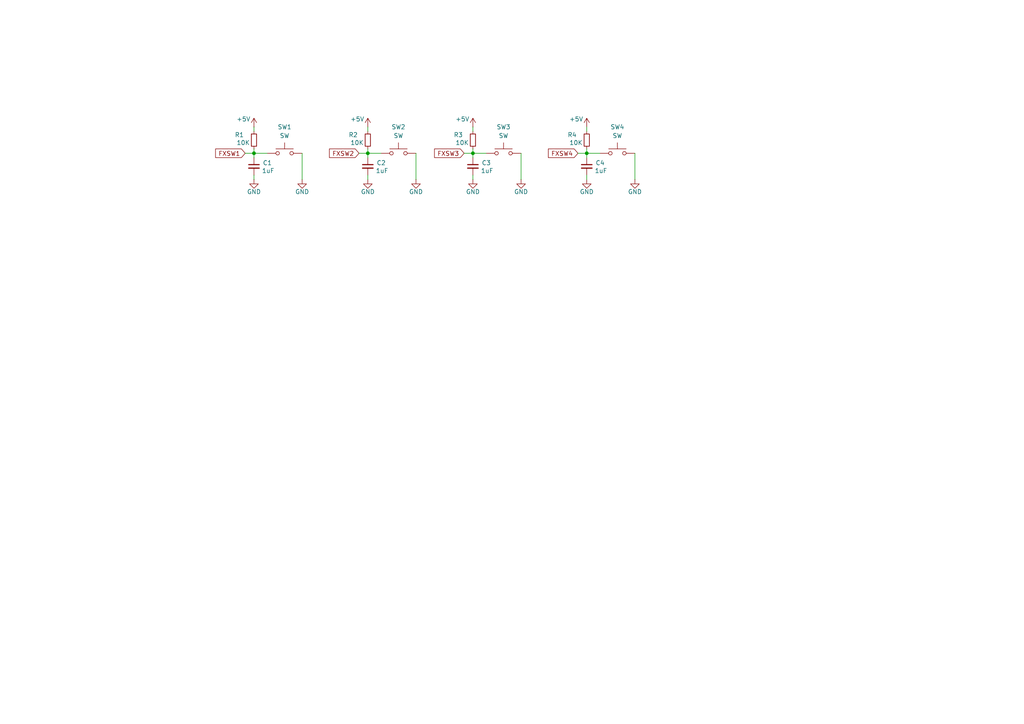
<source format=kicad_sch>
(kicad_sch (version 20231120) (generator "eeschema") (generator_version "8.0")
  (paper "A4")
  (lib_symbols
    (symbol "Device:C_Small" (pin_numbers hide) (pin_names (offset 0.254) hide)
      (property "Reference" "C" (at 0.254 1.778 0))
      (property "Value" "C_Small" (at 0.254 -2.032 0))
      (symbol "C_Small_0_1"
        (polyline (pts (xy -1.524 -0.508) (xy 1.524 -0.508)) (stroke (width 0.3302)))
        (polyline (pts (xy -1.524 0.508) (xy 1.524 0.508)) (stroke (width 0.3048)))
      )
      (symbol "C_Small_1_1"
        (pin passive line (at 0 2.54 270) (length 2.032) (name "~") (number "1"))
        (pin passive line (at 0 -2.54 90) (length 2.032) (name "~") (number "2"))
      )
    )
    (symbol "Device:R_Small" (pin_numbers hide) (pin_names (offset 0.254) hide)
      (property "Reference" "R" (at 0.762 0.508 0))
      (property "Value" "R_Small" (at 0.762 -1.016 0))
      (symbol "R_Small_0_1"
        (rectangle (start -0.762 1.778) (end 0.762 -1.778) (stroke (width 0.2032)))
      )
      (symbol "R_Small_1_1"
        (pin passive line (at 0 2.54 270) (length 0.762) (name "~") (number "1"))
        (pin passive line (at 0 -2.54 90) (length 0.762) (name "~") (number "2"))
      )
    )
    (symbol "Switch:SW_Push" (pin_numbers hide) (pin_names (offset 1.016) hide)
      (property "Reference" "SW" (at 1.27 2.54 0))
      (property "Value" "SW_Push" (at 0 -1.524 0))
      (symbol "SW_Push_0_1"
        (circle (center -2.032 0) (radius 0.508))
        (polyline (pts (xy 0 1.27) (xy 0 3.048)))
        (polyline (pts (xy 2.54 1.27) (xy -2.54 1.27)))
        (circle (center 2.032 0) (radius 0.508))
        (pin passive line (at -5.08 0 0) (length 2.54) (name "1") (number "1"))
        (pin passive line (at 5.08 0 180) (length 2.54) (name "2") (number "2"))
      )
    )
    (symbol "power:+5V" (power) (pin_numbers hide) (pin_names (offset 0) hide)
      (property "Value" "+5V" (at 0 3.556 0))
      (symbol "+5V_0_1"
        (polyline (pts (xy -0.762 1.27) (xy 0 2.54)))
        (polyline (pts (xy 0 0) (xy 0 2.54)))
        (polyline (pts (xy 0 2.54) (xy 0.762 1.27)))
      )
      (symbol "+5V_1_1"
        (pin power_in line (at 0 0 90) (length 0) (name "~") (number "1"))
      )
    )
    (symbol "power:GND" (power) (pin_numbers hide) (pin_names (offset 0) hide)
      (property "Value" "GND" (at 0 -3.81 0))
      (symbol "GND_0_1"
        (polyline (pts (xy 0 0) (xy 0 -1.27) (xy 1.27 -1.27) (xy 0 -2.54) (xy -1.27 -1.27) (xy 0 -1.27)))
      )
      (symbol "GND_1_1"
        (pin power_in line (at 0 0 270) (length 0) (name "~") (number "1"))
      )
    )
  )
  (junction (at 170.18 44.45))
  (junction (at 73.66 44.45))
  (junction (at 106.68 44.45))
  (junction (at 137.16 44.45))
  (wire (pts (xy 106.68 36.83) (xy 106.68 38.1)))
  (wire (pts (xy 73.66 44.45) (xy 77.47 44.45)))
  (wire (pts (xy 71.12 44.45) (xy 73.66 44.45)))
  (wire (pts (xy 167.64 44.45) (xy 170.18 44.45)))
  (wire (pts (xy 170.18 36.83) (xy 170.18 38.1)))
  (wire (pts (xy 137.16 36.83) (xy 137.16 38.1)))
  (wire (pts (xy 170.18 44.45) (xy 173.99 44.45)))
  (wire (pts (xy 134.62 44.45) (xy 137.16 44.45)))
  (wire (pts (xy 137.16 45.72) (xy 137.16 44.45)))
  (wire (pts (xy 87.63 44.45) (xy 87.63 52.07)))
  (wire (pts (xy 106.68 50.8) (xy 106.68 52.07)))
  (wire (pts (xy 170.18 45.72) (xy 170.18 44.45)))
  (wire (pts (xy 73.66 50.8) (xy 73.66 52.07)))
  (wire (pts (xy 73.66 36.83) (xy 73.66 38.1)))
  (wire (pts (xy 170.18 44.45) (xy 170.18 43.18)))
  (wire (pts (xy 106.68 44.45) (xy 110.49 44.45)))
  (wire (pts (xy 73.66 45.72) (xy 73.66 44.45)))
  (wire (pts (xy 104.14 44.45) (xy 106.68 44.45)))
  (wire (pts (xy 170.18 50.8) (xy 170.18 52.07)))
  (wire (pts (xy 151.13 44.45) (xy 151.13 52.07)))
  (wire (pts (xy 120.65 44.45) (xy 120.65 52.07)))
  (wire (pts (xy 106.68 44.45) (xy 106.68 43.18)))
  (wire (pts (xy 137.16 50.8) (xy 137.16 52.07)))
  (wire (pts (xy 137.16 44.45) (xy 140.97 44.45)))
  (wire (pts (xy 106.68 45.72) (xy 106.68 44.45)))
  (wire (pts (xy 137.16 44.45) (xy 137.16 43.18)))
  (wire (pts (xy 184.15 44.45) (xy 184.15 52.07)))
  (wire (pts (xy 73.66 44.45) (xy 73.66 43.18)))
  (global_label "FXSW1" (shape input) (at 71.12 44.45 180) (property "Intersheetrefs" "${INTERSHEET_REFS}" (effects (hide yes))))
  (global_label "FXSW4" (shape input) (at 167.64 44.45 180) (property "Intersheetrefs" "${INTERSHEET_REFS}" (effects (hide yes))))
  (global_label "FXSW3" (shape input) (at 134.62 44.45 180) (property "Intersheetrefs" "${INTERSHEET_REFS}" (effects (hide yes))))
  (global_label "FXSW2" (shape input) (at 104.14 44.45 180) (property "Intersheetrefs" "${INTERSHEET_REFS}" (effects (hide yes))))
  (symbol (lib_id "Switch:SW_Push") (at 82.55 44.45 0) (unit 1)
    (property "Reference" "SW1" (at 82.55 36.83 0))
    (property "Value" "SW" (at 82.55 39.37 0))
    (property "Description" "Push button switch, generic, two pins" (effects (hide yes)))
  )
  (symbol (lib_id "power:+5V") (at 137.16 36.83 0) (unit 1)
    (property "Reference" "#PWR07" (effects (hide yes)))
    (property "Value" "+5V" (at 134.112 34.544 0))
    (property "Description" "Power symbol creates a global label with name \"+5V\"" (effects (hide yes)))
  )
  (symbol (lib_id "power:+5V") (at 170.18 36.83 0) (unit 1)
    (property "Reference" "#PWR010" (effects (hide yes)))
    (property "Value" "+5V" (at 167.132 34.544 0))
    (property "Description" "Power symbol creates a global label with name \"+5V\"" (effects (hide yes)))
  )
  (symbol (lib_id "Device:R_Small") (at 137.16 40.64 0) (unit 1)
    (property "Reference" "R3" (at 131.572 39.116 0) (effects (justify left)))
    (property "Value" "10K" (at 132.08 41.402 0) (effects (justify left)))
    (property "Description" "Resistor, small symbol" (effects (hide yes)))
  )
  (symbol (lib_id "Device:C_Small") (at 73.66 48.26 0) (unit 1)
    (property "Reference" "C1" (at 76.2 47.244 0) (effects (justify left)))
    (property "Value" "1uF" (at 75.946 49.53 0) (effects (justify left)))
    (property "Description" "Unpolarized capacitor, small symbol" (effects (hide yes)))
  )
  (symbol (lib_id "power:GND") (at 151.13 52.07 0) (mirror y) (unit 1)
    (property "Reference" "#PWR09" (effects (hide yes)))
    (property "Value" "GND" (at 151.13 55.626 0))
    (property "Description" "Power symbol creates a global label with name \"GND\" , ground" (effects (hide yes)))
  )
  (symbol (lib_id "power:GND") (at 106.68 52.07 0) (mirror y) (unit 1)
    (property "Reference" "#PWR05" (effects (hide yes)))
    (property "Value" "GND" (at 106.68 55.626 0))
    (property "Description" "Power symbol creates a global label with name \"GND\" , ground" (effects (hide yes)))
  )
  (symbol (lib_id "power:GND") (at 184.15 52.07 0) (mirror y) (unit 1)
    (property "Reference" "#PWR012" (effects (hide yes)))
    (property "Value" "GND" (at 184.15 55.626 0))
    (property "Description" "Power symbol creates a global label with name \"GND\" , ground" (effects (hide yes)))
  )
  (symbol (lib_id "Device:R_Small") (at 106.68 40.64 0) (unit 1)
    (property "Reference" "R2" (at 101.092 39.116 0) (effects (justify left)))
    (property "Value" "10K" (at 101.6 41.402 0) (effects (justify left)))
    (property "Description" "Resistor, small symbol" (effects (hide yes)))
  )
  (symbol (lib_id "Device:R_Small") (at 73.66 40.64 0) (unit 1)
    (property "Reference" "R1" (at 68.072 39.116 0) (effects (justify left)))
    (property "Value" "10K" (at 68.58 41.402 0) (effects (justify left)))
    (property "Description" "Resistor, small symbol" (effects (hide yes)))
  )
  (symbol (lib_id "power:+5V") (at 73.66 36.83 0) (unit 1)
    (property "Reference" "#PWR01" (effects (hide yes)))
    (property "Value" "+5V" (at 70.612 34.544 0))
    (property "Description" "Power symbol creates a global label with name \"+5V\"" (effects (hide yes)))
  )
  (symbol (lib_id "power:GND") (at 73.66 52.07 0) (mirror y) (unit 1)
    (property "Reference" "#PWR02" (effects (hide yes)))
    (property "Value" "GND" (at 73.66 55.626 0))
    (property "Description" "Power symbol creates a global label with name \"GND\" , ground" (effects (hide yes)))
  )
  (symbol (lib_id "power:GND") (at 170.18 52.07 0) (mirror y) (unit 1)
    (property "Reference" "#PWR011" (effects (hide yes)))
    (property "Value" "GND" (at 170.18 55.626 0))
    (property "Description" "Power symbol creates a global label with name \"GND\" , ground" (effects (hide yes)))
  )
  (symbol (lib_id "power:GND") (at 120.65 52.07 0) (mirror y) (unit 1)
    (property "Reference" "#PWR06" (effects (hide yes)))
    (property "Value" "GND" (at 120.65 55.626 0))
    (property "Description" "Power symbol creates a global label with name \"GND\" , ground" (effects (hide yes)))
  )
  (symbol (lib_id "Switch:SW_Push") (at 146.05 44.45 0) (unit 1)
    (property "Reference" "SW3" (at 146.05 36.83 0))
    (property "Value" "SW" (at 146.05 39.37 0))
    (property "Description" "Push button switch, generic, two pins" (effects (hide yes)))
  )
  (symbol (lib_id "Device:C_Small") (at 170.18 48.26 0) (unit 1)
    (property "Reference" "C4" (at 172.72 47.244 0) (effects (justify left)))
    (property "Value" "1uF" (at 172.466 49.53 0) (effects (justify left)))
    (property "Description" "Unpolarized capacitor, small symbol" (effects (hide yes)))
  )
  (symbol (lib_id "power:GND") (at 87.63 52.07 0) (mirror y) (unit 1)
    (property "Reference" "#PWR03" (effects (hide yes)))
    (property "Value" "GND" (at 87.63 55.626 0))
    (property "Description" "Power symbol creates a global label with name \"GND\" , ground" (effects (hide yes)))
  )
  (symbol (lib_id "Switch:SW_Push") (at 179.07 44.45 0) (unit 1)
    (property "Reference" "SW4" (at 179.07 36.83 0))
    (property "Value" "SW" (at 179.07 39.37 0))
    (property "Description" "Push button switch, generic, two pins" (effects (hide yes)))
  )
  (symbol (lib_id "power:+5V") (at 106.68 36.83 0) (unit 1)
    (property "Reference" "#PWR04" (effects (hide yes)))
    (property "Value" "+5V" (at 103.632 34.544 0))
    (property "Description" "Power symbol creates a global label with name \"+5V\"" (effects (hide yes)))
  )
  (symbol (lib_id "Device:R_Small") (at 170.18 40.64 0) (unit 1)
    (property "Reference" "R4" (at 164.592 39.116 0) (effects (justify left)))
    (property "Value" "10K" (at 165.1 41.402 0) (effects (justify left)))
    (property "Description" "Resistor, small symbol" (effects (hide yes)))
  )
  (symbol (lib_id "Device:C_Small") (at 106.68 48.26 0) (unit 1)
    (property "Reference" "C2" (at 109.22 47.244 0) (effects (justify left)))
    (property "Value" "1uF" (at 108.966 49.53 0) (effects (justify left)))
    (property "Description" "Unpolarized capacitor, small symbol" (effects (hide yes)))
  )
  (symbol (lib_id "power:GND") (at 137.16 52.07 0) (mirror y) (unit 1)
    (property "Reference" "#PWR08" (effects (hide yes)))
    (property "Value" "GND" (at 137.16 55.626 0))
    (property "Description" "Power symbol creates a global label with name \"GND\" , ground" (effects (hide yes)))
  )
  (symbol (lib_id "Device:C_Small") (at 137.16 48.26 0) (unit 1)
    (property "Reference" "C3" (at 139.7 47.244 0) (effects (justify left)))
    (property "Value" "1uF" (at 139.446 49.53 0) (effects (justify left)))
    (property "Description" "Unpolarized capacitor, small symbol" (effects (hide yes)))
  )
  (symbol (lib_id "Switch:SW_Push") (at 115.57 44.45 0) (unit 1)
    (property "Reference" "SW2" (at 115.57 36.83 0))
    (property "Value" "SW" (at 115.57 39.37 0))
    (property "Description" "Push button switch, generic, two pins" (effects (hide yes)))
  )
)
</source>
